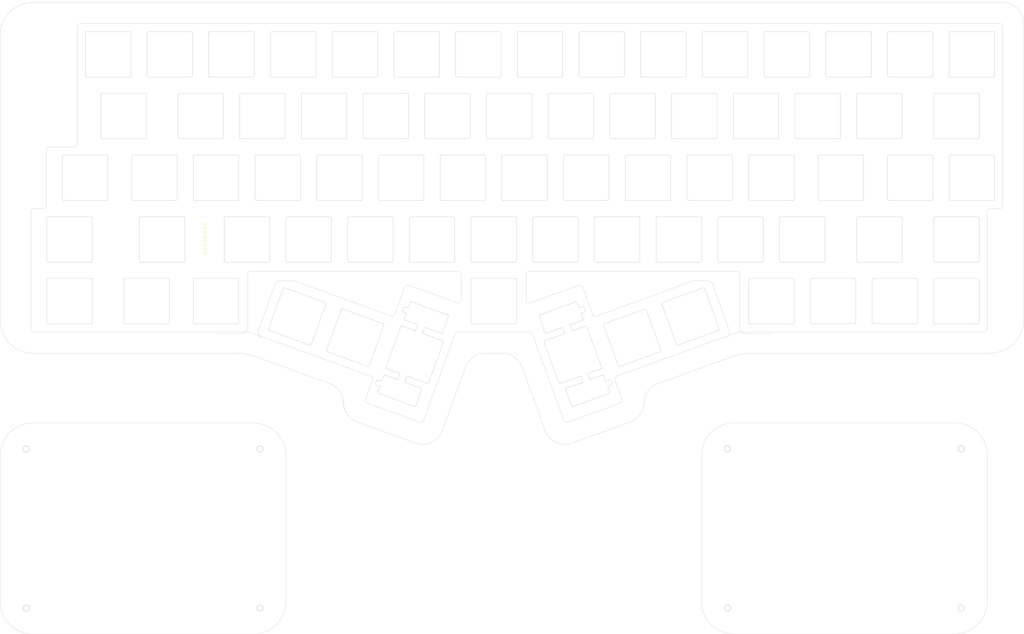
<source format=kicad_pcb>
(kicad_pcb (version 20241229) (generator "pcbnew") (generator_version "9.0")
  (layers (0 "F.Cu" signal) (2 "B.Cu" signal) (13 "F.Paste" user) (15 "B.Paste" user) (5 "F.SilkS" user "F.Silkscreen") (7 "B.SilkS" user "B.Silkscreen") (1 "F.Mask" user) (3 "B.Mask" user) (25 "Edge.Cuts" user))
  (net 0 "")
  (footprint "tmr-lib:Switch_Cutout" (layer "F.Cu") (at 256.5 19))
  (footprint "tmr-lib:Switch_Cutout" (layer "F.Cu") (at 19 0))
  (footprint "tmr-lib:Switch_Cutout_2u" (layer "F.Cu") (at 113.4 92.5 70))
  (footprint "tmr-lib:Switch_Cutout" (layer "F.Cu") (at 213.75 57))
  (footprint "tmr-lib:Switch_Cutout" (layer "F.Cu") (at 180.4 87.25 20))
  (footprint "tmr-lib:Switch_Cutout" (layer "F.Cu") (at 95.1 87.25 -20))
  (footprint "tmr-lib:Switch_Cutout" (layer "F.Cu") (at 47.5 19))
  (footprint "tmr-lib:MountingHole_1.8mm_M1.6_NoPad" (layer "F.Cu") (at 28.5 8.93))
  (footprint "tmr-lib:Switch_Cutout" (layer "F.Cu") (at 285 0))
  (footprint "tmr-lib:Switch_Cutout" (layer "F.Cu") (at 57 0))
  (footprint "tmr-lib:Dummy" (layer "F.Cu") (at 229.78125 80))
  (footprint "tmr-lib:Switch_Cutout" (layer "F.Cu") (at 137.75 57))
  (footprint "tmr-lib:Switch_Cutout" (layer "F.Cu") (at 90.25 38))
  (footprint "tmr-lib:Switch_Cutout" (layer "F.Cu") (at 80.75 57))
  (footprint "tmr-lib:Switch_Cutout" (layer "F.Cu") (at 166.25 38))
  (footprint "tmr-lib:Switch_Cutout" (layer "F.Cu") (at 256.5 57))
  (footprint "tmr-lib:Switch_Cutout" (layer "F.Cu") (at 223.25 38))
  (footprint "tmr-lib:MountingHole_1.8mm_M1.6_NoPad" (layer "F.Cu") (at 95 27.93))
  (footprint "tmr-lib:Switch_Cutout" (layer "F.Cu") (at 147.25 38))
  (footprint "tmr-lib:Switch_Cutout" (layer "F.Cu") (at 52.25 76))
  (footprint "tmr-lib:Switch_Cutout" (layer "F.Cu") (at 156.75 57))
  (footprint "tmr-lib:Switch_Cutout" (layer "F.Cu") (at 128.25 38))
  (footprint "tmr-lib:Switch_Cutout_1.25u" (layer "F.Cu") (at 7.125 76))
  (footprint "tmr-lib:Switch_Cutout" (layer "F.Cu") (at 77.225 80.7 -20))
  (footprint "tmr-lib:MountingHole_1.8mm_M1.6_NoPad" (layer "F.Cu") (at 86.355 83.6))
  (footprint "tmr-lib:Switch_Cutout" (layer "F.Cu") (at 118.75 57))
  (footprint "tmr-lib:Switch_Cutout" (layer "F.Cu") (at 198.35 80.7 20))
  (footprint "tmr-lib:Switch_Cutout" (layer "F.Cu") (at 266 0))
  (footprint "tmr-lib:Switch_Cutout" (layer "F.Cu") (at 142.5 19))
  (footprint "tmr-lib:Switch_Cutout" (layer "F.Cu") (at 261.25 76))
  (footprint "tmr-lib:Switch_Cutout" (layer "F.Cu") (at 280.25 19))
  (footprint "tmr-lib:Switch_Cutout" (layer "F.Cu") (at 228 0))
  (footprint "tmr-lib:Switch_Cutout" (layer "F.Cu") (at 223.25 76))
  (footprint "tmr-lib:Switch_Cutout" (layer "F.Cu") (at 66.5 19))
  (footprint "tmr-lib:Switch_Cutout" (layer "F.Cu") (at 194.75 57))
  (footprint "tmr-lib:Switch_Cutout" (layer "F.Cu") (at 204.25 38))
  (footprint "tmr-lib:Switch_Cutout" (layer "F.Cu") (at 38 0))
  (footprint "tmr-lib:MountingHole_1.8mm_M1.6_NoPad" (layer "F.Cu") (at 189.145 83.6))
  (footprint "tmr-lib:Switch_Cutout" (layer "F.Cu") (at 180.5 19))
  (footprint "tmr-lib:Switch_Cutout_1.25u" (layer "F.Cu") (at 30.875 76))
  (footprint "tmr-lib:Switch_Cutout" (layer "F.Cu") (at 99.75 57))
  (footprint "tmr-lib:Switch_Cutout" (layer "F.Cu") (at 218.5 19))
  (footprint "tmr-lib:Switch_Cutout" (layer "F.Cu") (at 95 0))
  (footprint "tmr-lib:Switch_Cutout" (layer "F.Cu") (at 137.75 76))
  (footprint "tmr-lib:MountingHole_1.8mm_M1.6_NoPad" (layer "F.Cu") (at 137.75 46.93))
  (footprint "tmr-lib:MountingHole_1.8mm_M1.6_NoPad" (layer "F.Cu") (at 268.375 64.599999))
  (footprint "tmr-lib:Switch_Cutout" (layer "F.Cu") (at 152 0))
  (footprint "tmr-lib:Switch_Cutout" (layer "F.Cu") (at 61.75 57))
  (footprint "tmr-lib:Dummy" (layer "F.Cu") (at 15.8 -13.4 180))
  (footprint "tmr-lib:Switch_Cutout" (layer "F.Cu") (at 242.25 76))
  (footprint "tmr-lib:Switch_Cutout" (layer "F.Cu") (at 185.25 38))
  (footprint "tmr-lib:Switch_Cutout" (layer "F.Cu") (at 23.75 19))
  (footprint "tmr-lib:Dummy" (layer "F.Cu") (at 23.15625 80))
  (footprint "tmr-lib:Switch_Cutout_1.25u" (layer "F.Cu") (at 11.875 38))
  (footprint "tmr-lib:MountingHole_1.8mm_M1.6_NoPad" (layer "F.Cu") (at 19 74))
  (footprint "tmr-lib:Switch_Cutout" (layer "F.Cu") (at 190 0))
  (footprint "tmr-lib:Switch_Cutout_1.75u" (layer "F.Cu") (at 35.625 57))
  (footprint "tmr-lib:Switch_Cutout" (layer "F.Cu") (at 52.25 38))
  (footprint "tmr-lib:Switch_Cutout_1.25u" (layer "F.Cu") (at 244.625 38))
  (footprint "tmr-lib:Switch_Cutout" (layer "F.Cu") (at 33.25 38))
  (footprint "tmr-lib:Switch_Cutout" (layer "F.Cu") (at 285 38))
  (footprint "tmr-lib:Switch_Cutout" (layer "F.Cu") (at 123.5 19))
  (footprint "tmr-lib:Switch_Cutout_2u" (layer "F.Cu") (at 162.1 92.5 -70))
  (footprint "tmr-lib:Switch_Cutout" (layer "F.Cu") (at 280.25 57))
  (footprint "tmr-lib:Switch_Cutout" (layer "F.Cu") (at 133 0))
  (footprint "tmr-lib:Switch_Cutout" (layer "F.Cu") (at 175.75 57))
  (footprint "tmr-lib:JLC_Order_Num" (layer "F.Cu") (at 48.8 56.75 90))
  (footprint "tmr-lib:Switch_Cutout" (layer "F.Cu") (at 161.5 19))
  (footprint "tmr-lib:Switch_Cutout" (layer "F.Cu") (at 247 0))
  (footprint "tmr-lib:Switch_Cutout" (layer "F.Cu") (at 209 0))
  (footprint "tmr-lib:Switch_Cutout" (layer "F.Cu") (at 71.25 38))
  (footprint "tmr-lib:MountingHole_1.8mm_M1.6_NoPad" (layer "F.Cu") (at 209 27.93))
  (footprint "tmr-lib:Switch_Cutout_1.25u" (layer "F.Cu") (at 7.125 57))
  (footprint "tmr-lib:Switch_Cutout" (layer "F.Cu") (at 232.75 57))
  (footprint "tmr-lib:Switch_Cutout" (layer "F.Cu") (at 266 38))
  (footprint "tmr-lib:Switch_Cutout" (layer "F.Cu") (at 114 0))
  (footprint "tmr-lib:Switch_Cutout" (layer "F.Cu") (at 104.5 19))
  (footprint "tmr-lib:MountingHole_1.8mm_M1.6_NoPad" (layer "F.Cu") (at 275.5 8.93))
  (footprint "tmr-lib:MountingHole_1.8mm_M1.6_NoPad" (layer "F.Cu") (at 142.5 8.93))
  (footprint "tmr-lib:Switch_Cutout" (layer "F.Cu") (at 199.5 19))
  (footprint "tmr-lib:Switch_Cutout" (layer "F.Cu") (at 76 0))
  (footprint "tmr-lib:Switch_Cutout" (layer "F.Cu") (at 171 0))
  (footprint "tmr-lib:Switch_Cutout" (layer "F.Cu") (at 109.25 38))
  (footprint "tmr-lib:Switch_Cutout" (layer "F.Cu") (at 85.5 19))
  (footprint "tmr-lib:Switch_Cutout" (layer "F.Cu") (at 237.5 19))
  (footprint "tmr-lib:Switch_Cutout" (layer "F.Cu") (at 280.25 76))
  (gr_arc (start -4.25 178.5) (mid -11.321068 175.571068) (end -14.25 168.5) (stroke (width 0.1)) (layer "Edge.Cuts"))
  (gr_line (start 147.75 67.75) (end 147.75 75.543366) (stroke (width 0.1)) (layer "Edge.Cuts"))
  (gr_arc (start 209.75 169.7) (mid 209.75 171.3) (end 209.75 169.7) (stroke (width 0.1)) (layer "Edge.Cuts"))
  (gr_line (start 129.052177 96.276868) (end 121.936655 115.826558) (stroke (width 0.1)) (layer "Edge.Cuts"))
  (gr_arc (start 149.09202 76.483057) (mid 148.176434 76.362518) (end 147.75 75.543366) (stroke (width 0.1)) (layer "Edge.Cuts"))
  (gr_arc (start 126.75 66.75) (mid 127.457107 67.042893) (end 127.75 67.75) (stroke (width 0.1)) (layer "Edge.Cuts"))
  (gr_arc (start 212.818553 85.560275) (mid 212.986926 85.515159) (end 213.160579 85.5) (stroke (width 0.1)) (layer "Edge.Cuts"))
  (gr_line (start 125.818003 86.157979) (end 116.170676 112.663728) (stroke (width 0.1)) (layer "Edge.Cuts"))
  (gr_arc (start -4.75 48.5) (mid -4.457107 47.792893) (end -3.75 47.5) (stroke (width 0.1)) (layer "Edge.Cuts"))
  (gr_arc (start 73.75 168.5) (mid 70.821068 175.571068) (end 63.75 178.5) (stroke (width 0.1)) (layer "Edge.Cuts"))
  (gr_line (start 73.75 123.5) (end 73.75 168.5) (stroke (width 0.1)) (layer "Edge.Cuts"))
  (gr_arc (start 125.818003 86.157979) (mid 126.184119 85.680846) (end 126.757696 85.5) (stroke (width 0.1)) (layer "Edge.Cuts"))
  (gr_line (start 99.830651 99.081511) (end 62.681447 85.560275) (stroke (width 0.1)) (layer "Edge.Cuts"))
  (gr_line (start 127.75 67.75) (end 127.75 75.543366) (stroke (width 0.1)) (layer "Edge.Cuts"))
  (gr_line (start 126.40798 76.483057) (end 111.612125 71.097793) (stroke (width 0.1)) (layer "Edge.Cuts"))
  (gr_line (start 146.447823 96.276868) (end 153.563345 115.826558) (stroke (width 0.1)) (layer "Edge.Cuts"))
  (gr_line (start -3.75 47.5) (end -1 47.5) (stroke (width 0.1)) (layer "Edge.Cuts"))
  (gr_arc (start 281.75 169.45) (mid 281.75 171.55) (end 281.75 169.45) (stroke (width 0.1)) (layer "Edge.Cuts"))
  (gr_line (start 114.888989 113.261331) (end 98.914178 107.446961) (stroke (width 0.1)) (layer "Edge.Cuts"))
  (gr_line (start 165.169549 71.695479) (end 168.182722 79.974084) (stroke (width 0.1)) (layer "Edge.Cuts"))
  (gr_arc (start 279.75 113.5) (mid 286.821068 116.428932) (end 289.75 123.5) (stroke (width 0.1)) (layer "Edge.Cuts"))
  (gr_arc (start 184.025462 107.491915) (mid 185.200973 103.763667) (end 188.30233 101.383909) (stroke (width 0.1)) (layer "Edge.Cuts"))
  (gr_line (start 289.75 123.5) (end 289.75 168.5) (stroke (width 0.1)) (layer "Edge.Cuts"))
  (gr_line (start 184.025462 107.104968) (end 184.025462 107.491915) (stroke (width 0.1)) (layer "Edge.Cuts"))
  (gr_line (start 0 46.5) (end 0 29.5) (stroke (width 0.1)) (layer "Edge.Cuts"))
  (gr_line (start 160.611011 113.261331) (end 176.585822 107.446961) (stroke (width 0.1)) (layer "Edge.Cuts"))
  (gr_line (start -4.75 84.5) (end -4.75 48.5) (stroke (width 0.1)) (layer "Edge.Cuts"))
  (gr_line (start 161.894458 119.711359) (end 179.748593 113.21297) (stroke (width 0.1)) (layer "Edge.Cuts"))
  (gr_arc (start 116.170676 112.663728) (mid 115.653616 113.22801) (end 114.888989 113.261331) (stroke (width 0.1)) (layer "Edge.Cuts"))
  (gr_line (start 177.183451 106.165263) (end 175.071671 100.363208) (stroke (width 0.1)) (layer "Edge.Cuts"))
  (gr_line (start 204.979738 70.407979) (end 210.248182 84.882876) (stroke (width 0.1)) (layer "Edge.Cuts"))
  (gr_arc (start 66.522176 87.446262) (mid 65.393557 86.412147) (end 65.326818 84.882876) (stroke (width 0.1)) (layer "Edge.Cuts"))
  (gr_arc (start 62.339421 85.5) (mid 62.513073 85.515161) (end 62.681447 85.560275) (stroke (width 0.1)) (layer "Edge.Cuts"))
  (gr_line (start 62.339421 85.5) (end -3.75 85.5) (stroke (width 0.1)) (layer "Edge.Cuts"))
  (gr_arc (start 169.464428 80.571733) (mid 168.699804 80.538359) (end 168.182722 79.974084) (stroke (width 0.1)) (layer "Edge.Cuts"))
  (gr_arc (start 289.75 48.5) (mid 290.042893 47.792893) (end 290.75 47.5) (stroke (width 0.1)) (layer "Edge.Cuts"))
  (gr_arc (start 209.75 169.45) (mid 209.75 171.55) (end 209.75 169.45) (stroke (width 0.1)) (layer "Edge.Cuts"))
  (gr_line (start 289.75 84.5) (end 289.75 48.5) (stroke (width 0.1)) (layer "Edge.Cuts"))
  (gr_arc (start 76.20177 69.75) (mid 76.375423 69.765166) (end 76.543797 69.810282) (stroke (width 0.1)) (layer "Edge.Cuts"))
  (gr_arc (start -6.25 169.7) (mid -6.25 171.3) (end -6.25 169.7) (stroke (width 0.1)) (layer "Edge.Cuts"))
  (gr_line (start 175.669349 99.081511) (end 212.818553 85.560275) (stroke (width 0.1)) (layer "Edge.Cuts"))
  (gr_line (start 137.75 92) (end 140.339817 92) (stroke (width 0.1)) (layer "Edge.Cuts"))
  (gr_arc (start 9.5 27.5) (mid 9.207107 28.207107) (end 8.5 28.5) (stroke (width 0.1)) (layer "Edge.Cuts"))
  (gr_arc (start 65.75 120.7) (mid 65.75 122.3) (end 65.75 120.7) (stroke (width 0.1)) (layer "Edge.Cuts"))
  (gr_arc (start 148.742304 85.5) (mid 149.315881 85.680848) (end 149.681997 86.157979) (stroke (width 0.1)) (layer "Edge.Cuts"))
  (gr_line (start 212.5 66.75) (end 148.75 66.75) (stroke (width 0.1)) (layer "Edge.Cuts"))
  (gr_line (start 1 28.5) (end 8.5 28.5) (stroke (width 0.1)) (layer "Edge.Cuts"))
  (gr_arc (start 175.071671 100.363208) (mid 175.105053 99.598572) (end 175.669349 99.081511) (stroke (width 0.1)) (layer "Edge.Cuts"))
  (gr_line (start -14.25 -6) (end -14.25 82) (stroke (width 0.1)) (layer "Edge.Cuts"))
  (gr_arc (start 211.75 178.5) (mid 204.678932 175.571068) (end 201.75 168.5) (stroke (width 0.1)) (layer "Edge.Cuts"))
  (gr_line (start 113.605542 119.711359) (end 95.751407 113.21297) (stroke (width 0.1)) (layer "Edge.Cuts"))
  (gr_arc (start 201.75 123.5) (mid 204.678932 116.428932) (end 211.75 113.5) (stroke (width 0.1)) (layer "Edge.Cuts"))
  (gr_arc (start 62 67.75) (mid 62.292893 67.042893) (end 63 66.75) (stroke (width 0.1)) (layer "Edge.Cuts"))
  (gr_line (start 9.5 -8.5) (end 9.5 27.5) (stroke (width 0.1)) (layer "Edge.Cuts"))
  (gr_line (start 290.75 47.5) (end 293.5 47.5) (stroke (width 0.1)) (layer "Edge.Cuts"))
  (gr_line (start 293.5 -9.5) (end 10.5 -9.5) (stroke (width 0.1)) (layer "Edge.Cuts"))
  (gr_line (start -4.25 113.5) (end 63.75 113.5) (stroke (width 0.1)) (layer "Edge.Cuts"))
  (gr_arc (start 70.595262 70.407979) (mid 70.961374 69.93083) (end 71.534955 69.75) (stroke (width 0.1)) (layer "Edge.Cuts"))
  (gr_arc (start 289.75 168.5) (mid 286.821068 175.571068) (end 279.75 178.5) (stroke (width 0.1)) (layer "Edge.Cuts"))
  (gr_line (start 70.595262 70.407979) (end 65.326818 84.882876) (stroke (width 0.1)) (layer "Edge.Cuts"))
  (gr_line (start 137.75 92) (end 135.160183 92) (stroke (width 0.1)) (layer "Edge.Cuts"))
  (gr_line (start 106.044346 80.547629) (end 76.543797 69.810282) (stroke (width 0.1)) (layer "Edge.Cuts"))
  (gr_line (start 149.681997 86.157979) (end 159.329324 112.663728) (stroke (width 0.1)) (layer "Edge.Cuts"))
  (gr_arc (start 98.914178 107.446961) (mid 98.349894 106.929895) (end 98.316549 106.165263) (stroke (width 0.1)) (layer "Edge.Cuts"))
  (gr_line (start 63 66.75) (end 126.75 66.75) (stroke (width 0.1)) (layer "Edge.Cuts"))
  (gr_arc (start 294.5 -16) (mid 299.096194 -14.096194) (end 301 -9.5) (stroke (width 0.1)) (layer "Edge.Cuts"))
  (gr_line (start 137.75 85.5) (end 148.742304 85.5) (stroke (width 0.1)) (layer "Edge.Cuts"))
  (gr_line (start 213.5 84) (end 213.5 67.75) (stroke (width 0.1)) (layer "Edge.Cuts"))
  (gr_line (start 52.25 86) (end 60 86) (stroke (width 0.1)) (layer "Edge.Cuts"))
  (gr_line (start -14.25 168.5) (end -14.25 123.5) (stroke (width 0.1)) (layer "Edge.Cuts"))
  (gr_line (start 188.30233 101.383909) (end 210.770475 93.206154) (stroke (width 0.1)) (layer "Edge.Cuts"))
  (gr_arc (start 209.75 120.7) (mid 209.75 122.3) (end 209.75 120.7) (stroke (width 0.1)) (layer "Edge.Cuts"))
  (gr_line (start 91.474538 107.104968) (end 91.474538 107.464618) (stroke (width 0.1)) (layer "Edge.Cuts"))
  (gr_line (start 110.330451 71.695479) (end 107.326051 79.94998) (stroke (width 0.1)) (layer "Edge.Cuts"))
  (gr_arc (start 65.75 169.45) (mid 65.75 171.55) (end 65.75 169.45) (stroke (width 0.1)) (layer "Edge.Cuts"))
  (gr_arc (start -14.25 123.5) (mid -11.321068 116.428932) (end -4.25 113.5) (stroke (width 0.1)) (layer "Edge.Cuts"))
  (gr_arc (start 87.19767 101.356612) (mid 90.299005 103.736377) (end 91.474538 107.464618) (stroke (width 0.1)) (layer "Edge.Cuts"))
  (gr_arc (start 9.5 -8.5) (mid 9.792893 -9.207107) (end 10.5 -9.5) (stroke (width 0.1)) (layer "Edge.Cuts"))
  (gr_line (start 213.160579 85.5) (end 288.75 85.5) (stroke (width 0.1)) (layer "Edge.Cuts"))
  (gr_arc (start -6.25 169.45) (mid -6.25 171.55) (end -6.25 169.45) (stroke (width 0.1)) (layer "Edge.Cuts"))
  (gr_arc (start 129.052177 96.276868) (mid 131.431932 93.175502) (end 135.160183 92) (stroke (width 0.1)) (layer "Edge.Cuts"))
  (gr_arc (start 107.326051 79.94998) (mid 106.808981 80.514265) (end 106.044346 80.547629) (stroke (width 0.1)) (layer "Edge.Cuts"))
  (gr_arc (start 63.75 113.5) (mid 70.821068 116.428932) (end 73.75 123.5) (stroke (width 0.1)) (layer "Edge.Cuts"))
  (gr_arc (start 204.040045 69.75) (mid 204.613622 69.930848) (end 204.979738 70.407979) (stroke (width 0.1)) (layer "Edge.Cuts"))
  (gr_arc (start 215.5 86) (mid 214.085786 85.414214) (end 213.5 84) (stroke (width 0.1)) (layer "Edge.Cuts"))
  (gr_line (start 63.75 178.5) (end -4.25 178.5) (stroke (width 0.1)) (layer "Edge.Cuts"))
  (gr_line (start 199.373229 69.75) (end 204.040045 69.75) (stroke (width 0.1)) (layer "Edge.Cuts"))
  (gr_arc (start 127.75 75.543366) (mid 127.323577 76.362519) (end 126.40798 76.483057) (stroke (width 0.1)) (layer "Edge.Cuts"))
  (gr_arc (start 95.751407 113.21297) (mid 92.65005 110.833215) (end 91.474538 107.104968) (stroke (width 0.1)) (layer "Edge.Cuts"))
  (gr_arc (start 121.936655 115.826558) (mid 118.575682 119.49442) (end 113.605542 119.711359) (stroke (width 0.1)) (layer "Edge.Cuts"))
  (gr_line (start 137.75 85.5) (end 126.757696 85.5) (stroke (width 0.1)) (layer "Edge.Cuts"))
  (gr_arc (start 199.031203 69.810281) (mid 199.199577 69.765166) (end 199.373229 69.75) (stroke (width 0.1)) (layer "Edge.Cuts"))
  (gr_arc (start 301 81.5) (mid 297.924621 88.924621) (end 290.5 92) (stroke (width 0.1)) (layer "Edge.Cuts"))
  (gr_arc (start 281.75 120.7) (mid 281.75 122.3) (end 281.75 120.7) (stroke (width 0.1)) (layer "Edge.Cuts"))
  (gr_line (start 217.611029 92) (end 290.5 92) (stroke (width 0.1)) (layer "Edge.Cuts"))
  (gr_line (start 294.5 -16) (end -4.25 -16) (stroke (width 0.1)) (layer "Edge.Cuts"))
  (gr_arc (start 209.75 120.45) (mid 209.75 122.55) (end 209.75 120.45) (stroke (width 0.1)) (layer "Edge.Cuts"))
  (gr_arc (start 289.75 84.5) (mid 289.457107 85.207107) (end 288.75 85.5) (stroke (width 0.1)) (layer "Edge.Cuts"))
  (gr_arc (start 161.894458 119.711359) (mid 156.924344 119.494392) (end 153.563345 115.826558) (stroke (width 0.1)) (layer "Edge.Cuts"))
  (gr_arc (start -14.25 -6) (mid -11.321068 -13.071068) (end -4.25 -16) (stroke (width 0.1)) (layer "Edge.Cuts"))
  (gr_arc (start 65.75 120.45) (mid 65.75 122.55) (end 65.75 120.45) (stroke (width 0.1)) (layer "Edge.Cuts"))
  (gr_line (start 62 84) (end 62 67.75) (stroke (width 0.1)) (layer "Edge.Cuts"))
  (gr_arc (start 110.330451 71.695479) (mid 110.847493 71.131169) (end 111.612125 71.097793) (stroke (width 0.1)) (layer "Edge.Cuts"))
  (gr_line (start 279.75 178.5) (end 211.75 178.5) (stroke (width 0.1)) (layer "Edge.Cuts"))
  (gr_arc (start 65.75 169.7) (mid 65.75 171.3) (end 65.75 169.7) (stroke (width 0.1)) (layer "Edge.Cuts"))
  (gr_arc (start 212.5 66.75) (mid 213.207107 67.042893) (end 213.5 67.75) (stroke (width 0.1)) (layer "Edge.Cuts"))
  (gr_arc (start -6.25 120.45) (mid -6.25 122.55) (end -6.25 120.45) (stroke (width 0.1)) (layer "Edge.Cuts"))
  (gr_line (start 87.19767 101.356612) (end 64.804523 93.206154) (stroke (width 0.1)) (layer "Edge.Cuts"))
  (gr_line (start 223.25 86) (end 215.5 86) (stroke (width 0.1)) (layer "Edge.Cuts"))
  (gr_arc (start 210.770475 93.206154) (mid 214.137988 92.303835) (end 217.611029 92) (stroke (width 0.1)) (layer "Edge.Cuts"))
  (gr_arc (start 294.5 46.5) (mid 294.207107 47.207107) (end 293.5 47.5) (stroke (width 0.1)) (layer "Edge.Cuts"))
  (gr_arc (start 281.75 169.7) (mid 281.75 171.3) (end 281.75 169.7) (stroke (width 0.1)) (layer "Edge.Cuts"))
  (gr_arc (start -4.25 92) (mid -11.321068 89.071068) (end -14.25 82) (stroke (width 0.1)) (layer "Edge.Cuts"))
  (gr_arc (start 293.5 -9.5) (mid 294.207107 -9.207107) (end 294.5 -8.5) (stroke (width 0.1)) (layer "Edge.Cuts"))
  (gr_arc (start 140.339817 92) (mid 144.068065 93.175511) (end 146.447823 96.276868) (stroke (width 0.1)) (layer "Edge.Cuts"))
  (gr_line (start 169.464428 80.571733) (end 199.031203 69.810281) (stroke (width 0.1)) (layer "Edge.Cuts"))
  (gr_arc (start 0 29.5) (mid 0.292893 28.792893) (end 1 28.5) (stroke (width 0.1)) (layer "Edge.Cuts"))
  (gr_arc (start -6.25 120.7) (mid -6.25 122.3) (end -6.25 120.7) (stroke (width 0.1)) (layer "Edge.Cuts"))
  (gr_arc (start 147.75 67.75) (mid 148.042893 67.042893) (end 148.75 66.75) (stroke (width 0.1)) (layer "Edge.Cuts"))
  (gr_arc (start 57.963969 92) (mid 61.437009 92.303835) (end 64.804523 93.206154) (stroke (width 0.1)) (layer "Edge.Cuts"))
  (gr_line (start 211.75 113.5) (end 279.75 113.5) (stroke (width 0.1)) (layer "Edge.Cuts"))
  (gr_line (start 57.963969 92) (end -4.25 92) (stroke (width 0.1)) (layer "Edge.Cuts"))
  (gr_arc (start 99.830651 99.081511) (mid 100.394972 99.598569) (end 100.428329 100.363208) (stroke (width 0.1)) (layer "Edge.Cuts"))
  (gr_arc (start 163.887875 71.097793) (mid 164.652506 71.131173) (end 165.169549 71.695479) (stroke (width 0.1)) (layer "Edge.Cuts"))
  (gr_arc (start 62 84) (mid 61.414214 85.414214) (end 60 86) (stroke (width 0.1)) (layer "Edge.Cuts"))
  (gr_line (start 149.09202 76.483057) (end 163.887875 71.097793) (stroke (width 0.1)) (layer "Edge.Cuts"))
  (gr_line (start 301 81.5) (end 301 -9.5) (stroke (width 0.1)) (layer "Edge.Cuts"))
  (gr_arc (start -3.75 85.5) (mid -4.457107 85.207107) (end -4.75 84.5) (stroke (width 0.1)) (layer "Edge.Cuts"))
  (gr_arc (start 0 46.5) (mid -0.292893 47.207107) (end -1 47.5) (stroke (width 0.1)) (layer "Edge.Cuts"))
  (gr_arc (start 210.248182 84.882876) (mid 210.181418 86.412145) (end 209.052824 87.446262) (stroke (width 0.1)) (layer "Edge.Cuts"))
  (gr_line (start 76.20177 69.75) (end 71.534955 69.75) (stroke (width 0.1)) (layer "Edge.Cuts"))
  (gr_line (start 98.316549 106.165263) (end 100.428329 100.363208) (stroke (width 0.1)) (layer "Edge.Cuts"))
  (gr_arc (start 177.183451 106.165263) (mid 177.150089 106.929872) (end 176.585822 107.446961) (stroke (width 0.1)) (layer "Edge.Cuts"))
  (gr_arc (start 184.025462 107.104968) (mid 182.849959 110.833222) (end 179.748593 113.21297) (stroke (width 0.1)) (layer "Edge.Cuts"))
  (gr_arc (start 160.611011 113.261331) (mid 159.846375 113.228018) (end 159.329324 112.663728) (stroke (width 0.1)) (layer "Edge.Cuts"))
  (gr_line (start 294.5 46.5) (end 294.5 -8.5) (stroke (width 0.1)) (layer "Edge.Cuts"))
  (gr_line (start 201.75 168.5) (end 201.75 123.5) (stroke (width 0.1)) (layer "Edge.Cuts"))
  (gr_arc (start 281.75 120.45) (mid 281.75 122.55) (end 281.75 120.45) (stroke (width 0.1)) (layer "Edge.Cuts"))
)
</source>
